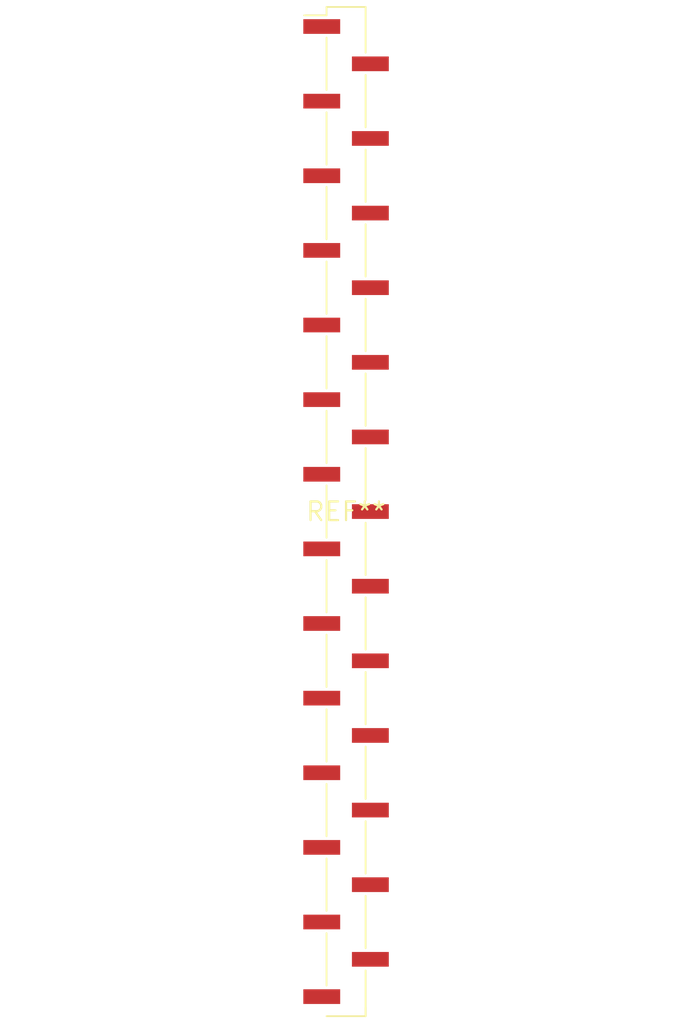
<source format=kicad_pcb>
(kicad_pcb (version 20240108) (generator pcbnew)
  (layers (0 "F.Cu" signal) (31 "B.Cu" signal) (34 "B.Paste" user) (35 "F.Paste" user) (36 "B.SilkS" user "B.Silkscreen") (37 "F.SilkS" user "F.Silkscreen") (38 "B.Mask" user) (39 "F.Mask" user) (44 "Edge.Cuts" user))
  (net 0 "")
  (footprint "PinHeader_1x27_P2.54mm_Vertical_SMD_Pin1Left" (layer "F.Cu") (at 0 0)
    (property "Reference" "REF**")
    (property "Value" "PinHeader_1x27_P2.54mm_Vertical_SMD_Pin1Left")
    (fp_line (start -1.33 -34.35) (end -1.33 -33.78) (layer "F.SilkS") (stroke (width 0.12)))
    (fp_line (start -1.33 -34.35) (end 1.33 -34.35) (layer "F.SilkS") (stroke (width 0.12)))
    (fp_line (start -1.33 -33.78) (end -2.85 -33.78) (layer "F.SilkS") (stroke (width 0.12)))
    (fp_line (start -1.33 -32.26) (end -1.33 -28.7) (layer "F.SilkS") (stroke (width 0.12)))
    (fp_line (start -1.33 -27.18) (end -1.33 -23.62) (layer "F.SilkS") (stroke (width 0.12)))
    (fp_line (start -1.33 -22.1) (end -1.33 -18.54) (layer "F.SilkS") (stroke (width 0.12)))
    (fp_line (start -1.33 -17.02) (end -1.33 -13.46) (layer "F.SilkS") (stroke (width 0.12)))
    (fp_line (start -1.33 -11.94) (end -1.33 -8.38) (layer "F.SilkS") (stroke (width 0.12)))
    (fp_line (start -1.33 -6.86) (end -1.33 -3.3) (layer "F.SilkS") (stroke (width 0.12)))
    (fp_line (start -1.33 -1.78) (end -1.33 1.78) (layer "F.SilkS") (stroke (width 0.12)))
    (fp_line (start -1.33 3.3) (end -1.33 6.86) (layer "F.SilkS") (stroke (width 0.12)))
    (fp_line (start -1.33 8.38) (end -1.33 11.94) (layer "F.SilkS") (stroke (width 0.12)))
    (fp_line (start -1.33 13.46) (end -1.33 17.02) (layer "F.SilkS") (stroke (width 0.12)))
    (fp_line (start -1.33 18.54) (end -1.33 22.1) (layer "F.SilkS") (stroke (width 0.12)))
    (fp_line (start -1.33 23.62) (end -1.33 27.18) (layer "F.SilkS") (stroke (width 0.12)))
    (fp_line (start -1.33 28.7) (end -1.33 32.26) (layer "F.SilkS") (stroke (width 0.12)))
    (fp_line (start -1.33 34.35) (end 1.33 34.35) (layer "F.SilkS") (stroke (width 0.12)))
    (fp_line (start 1.33 -34.35) (end 1.33 -31.24) (layer "F.SilkS") (stroke (width 0.12)))
    (fp_line (start 1.33 -29.72) (end 1.33 -26.16) (layer "F.SilkS") (stroke (width 0.12)))
    (fp_line (start 1.33 -24.64) (end 1.33 -21.08) (layer "F.SilkS") (stroke (width 0.12)))
    (fp_line (start 1.33 -19.56) (end 1.33 -16) (layer "F.SilkS") (stroke (width 0.12)))
    (fp_line (start 1.33 -14.48) (end 1.33 -10.92) (layer "F.SilkS") (stroke (width 0.12)))
    (fp_line (start 1.33 -9.4) (end 1.33 -5.84) (layer "F.SilkS") (stroke (width 0.12)))
    (fp_line (start 1.33 -4.32) (end 1.33 -0.76) (layer "F.SilkS") (stroke (width 0.12)))
    (fp_line (start 1.33 0.76) (end 1.33 4.32) (layer "F.SilkS") (stroke (width 0.12)))
    (fp_line (start 1.33 5.84) (end 1.33 9.4) (layer "F.SilkS") (stroke (width 0.12)))
    (fp_line (start 1.33 10.92) (end 1.33 14.48) (layer "F.SilkS") (stroke (width 0.12)))
    (fp_line (start 1.33 16) (end 1.33 19.56) (layer "F.SilkS") (stroke (width 0.12)))
    (fp_line (start 1.33 21.08) (end 1.33 24.64) (layer "F.SilkS") (stroke (width 0.12)))
    (fp_line (start 1.33 26.16) (end 1.33 29.72) (layer "F.SilkS") (stroke (width 0.12)))
    (fp_line (start 1.33 31.24) (end 1.33 34.35) (layer "F.SilkS") (stroke (width 0.12)))
    (fp_line (start 1.33 33.78) (end 1.33 34.35) (layer "F.SilkS") (stroke (width 0.12)))
    (pad "1" smd rect (at -1.655 -33.02) (size 2.51 1) (layers "F.Cu" "F.Paste" "F.Mask"))
    (pad "2" smd rect (at 1.655 -30.48) (size 2.51 1) (layers "F.Cu" "F.Paste" "F.Mask"))
    (pad "3" smd rect (at -1.655 -27.94) (size 2.51 1) (layers "F.Cu" "F.Paste" "F.Mask"))
    (pad "4" smd rect (at 1.655 -25.4) (size 2.51 1) (layers "F.Cu" "F.Paste" "F.Mask"))
    (pad "5" smd rect (at -1.655 -22.86) (size 2.51 1) (layers "F.Cu" "F.Paste" "F.Mask"))
    (pad "6" smd rect (at 1.655 -20.32) (size 2.51 1) (layers "F.Cu" "F.Paste" "F.Mask"))
    (pad "7" smd rect (at -1.655 -17.78) (size 2.51 1) (layers "F.Cu" "F.Paste" "F.Mask"))
    (pad "8" smd rect (at 1.655 -15.24) (size 2.51 1) (layers "F.Cu" "F.Paste" "F.Mask"))
    (pad "9" smd rect (at -1.655 -12.7) (size 2.51 1) (layers "F.Cu" "F.Paste" "F.Mask"))
    (pad "10" smd rect (at 1.655 -10.16) (size 2.51 1) (layers "F.Cu" "F.Paste" "F.Mask"))
    (pad "11" smd rect (at -1.655 -7.62) (size 2.51 1) (layers "F.Cu" "F.Paste" "F.Mask"))
    (pad "12" smd rect (at 1.655 -5.08) (size 2.51 1) (layers "F.Cu" "F.Paste" "F.Mask"))
    (pad "13" smd rect (at -1.655 -2.54) (size 2.51 1) (layers "F.Cu" "F.Paste" "F.Mask"))
    (pad "14" smd rect (at 1.655 0) (size 2.51 1) (layers "F.Cu" "F.Paste" "F.Mask"))
    (pad "15" smd rect (at -1.655 2.54) (size 2.51 1) (layers "F.Cu" "F.Paste" "F.Mask"))
    (pad "16" smd rect (at 1.655 5.08) (size 2.51 1) (layers "F.Cu" "F.Paste" "F.Mask"))
    (pad "17" smd rect (at -1.655 7.62) (size 2.51 1) (layers "F.Cu" "F.Paste" "F.Mask"))
    (pad "18" smd rect (at 1.655 10.16) (size 2.51 1) (layers "F.Cu" "F.Paste" "F.Mask"))
    (pad "19" smd rect (at -1.655 12.7) (size 2.51 1) (layers "F.Cu" "F.Paste" "F.Mask"))
    (pad "20" smd rect (at 1.655 15.24) (size 2.51 1) (layers "F.Cu" "F.Paste" "F.Mask"))
    (pad "21" smd rect (at -1.655 17.78) (size 2.51 1) (layers "F.Cu" "F.Paste" "F.Mask"))
    (pad "22" smd rect (at 1.655 20.32) (size 2.51 1) (layers "F.Cu" "F.Paste" "F.Mask"))
    (pad "23" smd rect (at -1.655 22.86) (size 2.51 1) (layers "F.Cu" "F.Paste" "F.Mask"))
    (pad "24" smd rect (at 1.655 25.4) (size 2.51 1) (layers "F.Cu" "F.Paste" "F.Mask"))
    (pad "25" smd rect (at -1.655 27.94) (size 2.51 1) (layers "F.Cu" "F.Paste" "F.Mask"))
    (pad "26" smd rect (at 1.655 30.48) (size 2.51 1) (layers "F.Cu" "F.Paste" "F.Mask"))
    (pad "27" smd rect (at -1.655 33.02) (size 2.51 1) (layers "F.Cu" "F.Paste" "F.Mask"))
  )
)
</source>
